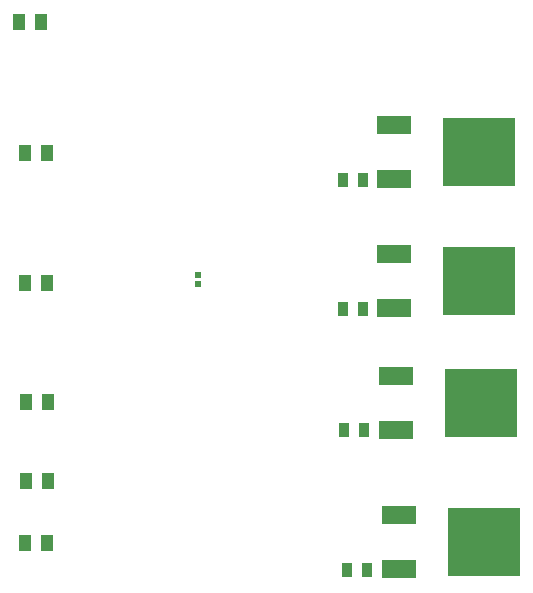
<source format=gbr>
G04 Layer_Color=128*
%FSLAX26Y26*%
%MOIN*%
%TF.FileFunction,Paste,Bot*%
%TF.Part,Single*%
G01*
G75*
%TA.AperFunction,SMDPad,CuDef*%
%ADD12R,0.033465X0.051181*%
%ADD16R,0.020472X0.020472*%
%ADD31R,0.041339X0.055118*%
%ADD32R,0.118110X0.062992*%
%ADD33R,0.244095X0.228346*%
D12*
X1329488Y1042520D02*
D03*
X1396417D02*
D03*
X1329488Y1473071D02*
D03*
X1396417D02*
D03*
X1334488Y639842D02*
D03*
X1401417D02*
D03*
X1344488Y174327D02*
D03*
X1411417D02*
D03*
D16*
X848000Y1156748D02*
D03*
Y1125252D02*
D03*
D31*
X273622Y468504D02*
D03*
X348426D02*
D03*
X344489Y263779D02*
D03*
X269685D02*
D03*
X348426Y732283D02*
D03*
X273622D02*
D03*
X344489Y1129921D02*
D03*
X269685D02*
D03*
Y1562992D02*
D03*
X344489D02*
D03*
X324803Y2000000D02*
D03*
X250000D02*
D03*
D32*
X1500748Y1477402D02*
D03*
Y1657717D02*
D03*
Y1046850D02*
D03*
Y1227165D02*
D03*
X1505748Y640236D02*
D03*
Y820551D02*
D03*
X1515748Y174720D02*
D03*
Y355035D02*
D03*
D33*
X1784213Y1567559D02*
D03*
Y1137008D02*
D03*
X1789213Y730394D02*
D03*
X1799213Y264878D02*
D03*
%TF.MD5,c81fba889ddb1e8f3cceb8b943578eb6*%
M02*

</source>
